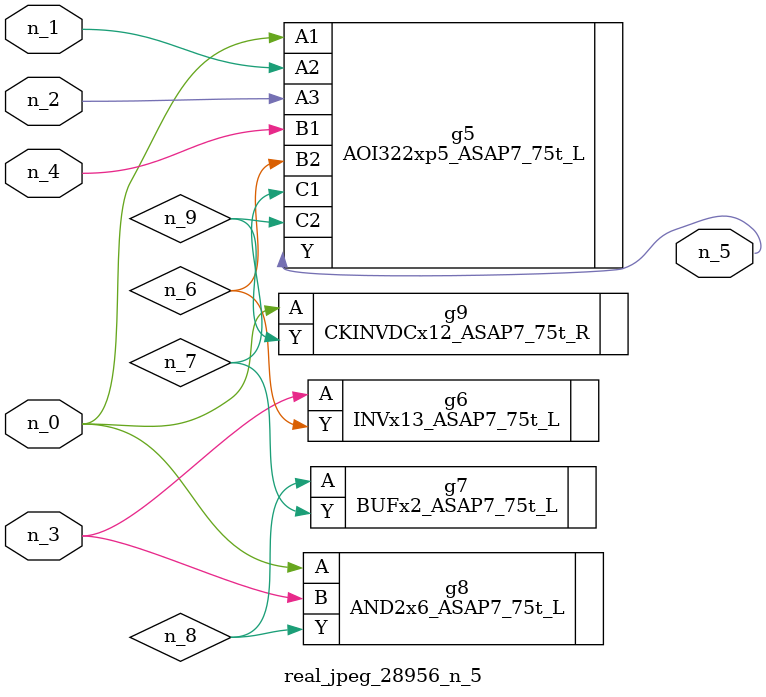
<source format=v>
module real_jpeg_28956_n_5 (n_4, n_0, n_1, n_2, n_3, n_5);

input n_4;
input n_0;
input n_1;
input n_2;
input n_3;

output n_5;

wire n_8;
wire n_6;
wire n_7;
wire n_9;

AOI322xp5_ASAP7_75t_L g5 ( 
.A1(n_0),
.A2(n_1),
.A3(n_2),
.B1(n_4),
.B2(n_6),
.C1(n_7),
.C2(n_9),
.Y(n_5)
);

AND2x6_ASAP7_75t_L g8 ( 
.A(n_0),
.B(n_3),
.Y(n_8)
);

CKINVDCx12_ASAP7_75t_R g9 ( 
.A(n_0),
.Y(n_9)
);

INVx13_ASAP7_75t_L g6 ( 
.A(n_3),
.Y(n_6)
);

BUFx2_ASAP7_75t_L g7 ( 
.A(n_8),
.Y(n_7)
);


endmodule
</source>
